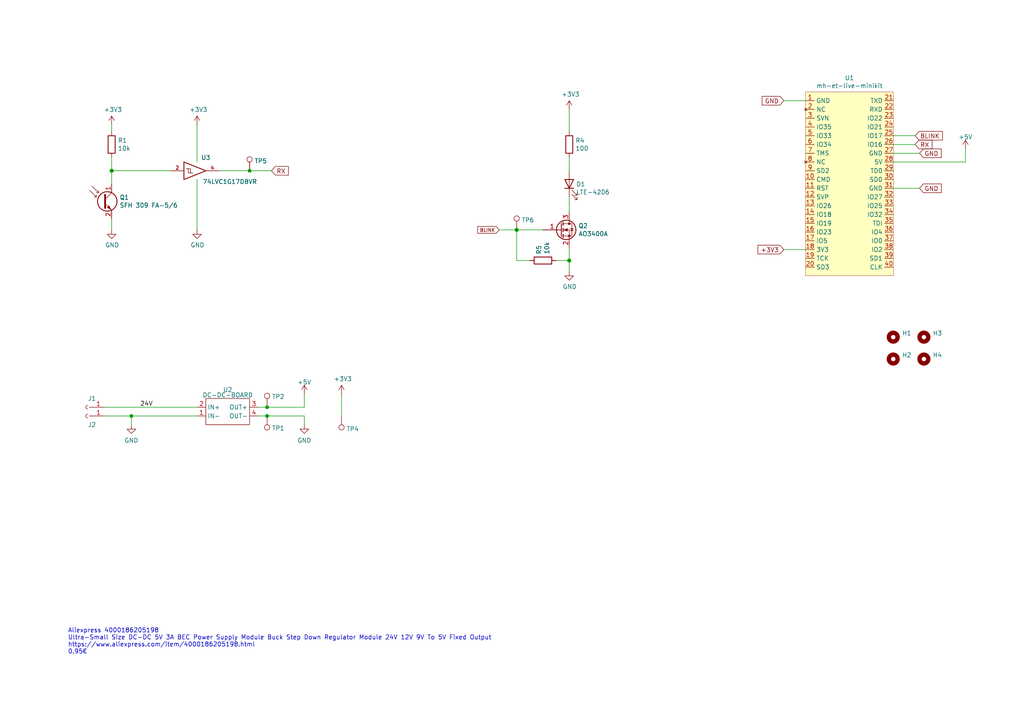
<source format=kicad_sch>
(kicad_sch (version 20220126) (generator eeschema)
  (paper "A4")
  (lib_symbols
    (symbol "74xGxx:74LVC1G17" (pin_names (offset 1.016))
      (property "Reference" "U" (at -2.54 3.81 0))
      (property "Value" "74LVC1G17" (at 0 -3.81 0))
      (symbol "74LVC1G17_0_1"
        (polyline (pts (xy -2.54 0.635) (xy -1.905 0.635) (xy -1.905 -0.635)))
        (polyline (pts (xy -3.81 2.54) (xy -3.81 -2.54) (xy 2.54 0) (xy -3.81 2.54)) (stroke (width 0.254)))
        (polyline (pts (xy -3.175 0.635) (xy -2.54 0.635) (xy -2.54 -0.635) (xy -1.27 -0.635)))
      )
      (symbol "74LVC1G17_1_1"
        (pin input line (at -7.62 0 0) (length 3.81) (name "~") (number "2"))
        (pin power_in line (at 0 -2.54 270) (length 0) hide (name "GND") (number "3"))
        (pin output line (at 6.35 0 180) (length 3.81) (name "~") (number "4"))
        (pin power_in line (at 0 2.54 90) (length 0) hide (name "VCC") (number "5"))
      )
    )
    (symbol "Connector:Conn_01x01_Female" (pin_names (offset 1.016) hide)
      (property "Reference" "J" (at 0 2.54 0))
      (property "Value" "Conn_01x01_Female" (at 0 -2.54 0))
      (symbol "Conn_01x01_Female_1_1"
        (arc (start 0 -0.508) (mid 0.508 0) (end 0 0.508) (stroke (width 0.1524)))
        (polyline (pts (xy -1.27 0) (xy -0.508 0)) (stroke (width 0.1524)))
        (pin passive line (at -5.08 0 0) (length 3.81) (name "Pin_1") (number "1"))
      )
    )
    (symbol "Connector:TestPoint" (pin_numbers hide) (pin_names (offset 0.762) hide)
      (property "Reference" "TP" (at 0 6.858 0))
      (property "Value" "TestPoint" (at 0 5.08 0))
      (symbol "TestPoint_0_1"
        (circle (center 0 3.302) (radius 0.762))
      )
      (symbol "TestPoint_1_1"
        (pin passive line (at 0 0 90) (length 2.54) (name "1") (number "1"))
      )
    )
    (symbol "Device:LED" (pin_numbers hide) (pin_names hide)
      (property "Reference" "D" (at 0 2.54 0))
      (property "Value" "LED" (at 0 -2.54 0))
      (symbol "LED_0_1"
        (polyline (pts (xy -1.27 -1.27) (xy -1.27 1.27)) (stroke (width 0.254)))
        (polyline (pts (xy -1.27 0) (xy 1.27 0)))
        (polyline (pts (xy 1.27 -1.27) (xy 1.27 1.27) (xy -1.27 0) (xy 1.27 -1.27)) (stroke (width 0.254)))
        (polyline (pts (xy -3.048 -0.762) (xy -4.572 -2.286) (xy -3.81 -2.286) (xy -4.572 -2.286) (xy -4.572 -1.524)))
        (polyline (pts (xy -1.778 -0.762) (xy -3.302 -2.286) (xy -2.54 -2.286) (xy -3.302 -2.286) (xy -3.302 -1.524)))
      )
      (symbol "LED_1_1"
        (pin passive line (at -3.81 0 0) (length 2.54) (name "K") (number "1"))
        (pin passive line (at 3.81 0 180) (length 2.54) (name "A") (number "2"))
      )
    )
    (symbol "Device:Q_Photo_NPN_CE" (pin_names (offset 0) hide)
      (property "Reference" "Q" (at 5.08 1.27 0))
      (property "Value" "Q_Photo_NPN_CE" (at 5.08 -1.27 0))
      (symbol "Q_Photo_NPN_CE_0_1"
        (polyline (pts (xy -1.905 1.27) (xy -2.54 1.27)))
        (polyline (pts (xy -1.27 2.54) (xy -1.905 2.54)))
        (polyline (pts (xy 0.635 0.635) (xy 2.54 2.54)))
        (polyline (pts (xy -3.81 3.175) (xy -1.905 1.27) (xy -1.905 1.905)))
        (polyline (pts (xy -3.175 4.445) (xy -1.27 2.54) (xy -1.27 3.175)))
        (polyline (pts (xy 0.635 -0.635) (xy 2.54 -2.54) (xy 2.54 -2.54)))
        (polyline (pts (xy 0.635 1.905) (xy 0.635 -1.905) (xy 0.635 -1.905)) (stroke (width 0.508)))
        (polyline (pts (xy 1.27 -1.778) (xy 1.778 -1.27) (xy 2.286 -2.286) (xy 1.27 -1.778) (xy 1.27 -1.778)) (fill (type outline)))
        (circle (center 1.27 0) (radius 2.8194) (stroke (width 0.254)))
      )
      (symbol "Q_Photo_NPN_CE_1_1"
        (pin passive line (at 2.54 5.08 270) (length 2.54) (name "C") (number "1"))
        (pin passive line (at 2.54 -5.08 90) (length 2.54) (name "E") (number "2"))
      )
    )
    (symbol "Mechanical:MountingHole" (pin_names (offset 1.016))
      (property "Reference" "H" (at 0 5.08 0))
      (property "Value" "MountingHole" (at 0 3.175 0))
      (symbol "MountingHole_0_1"
        (circle (center 0 0) (radius 1.27) (stroke (width 1.27)))
      )
    )
    (symbol "bouni:DC-DC-BOARD"
      (property "Reference" "U" (at 0 6.35 0))
      (property "Value" "DC-DC-BOARD" (at 0 5.08 0))
      (symbol "DC-DC-BOARD_0_1"
        (rectangle (start -6.35 3.81) (end 6.35 -3.81) (stroke (width 0.1524)))
      )
      (symbol "DC-DC-BOARD_1_1"
        (pin power_in line (at -8.89 1.27 0) (length 2.54) (name "IN-") (number "1"))
        (pin power_in line (at -8.89 -1.27 0) (length 2.54) (name "IN+") (number "2"))
        (pin power_out line (at 8.89 -1.27 180) (length 2.54) (name "OUT+") (number "3"))
        (pin power_out line (at 8.89 1.27 180) (length 2.54) (name "OUT-") (number "4"))
      )
    )
    (symbol "eHZ-Serial-rescue:BSS138-transistors" (pin_names (offset 0) hide)
      (property "Reference" "Q" (at 5.08 1.905 0))
      (property "Value" "BSS138-transistors" (at 5.08 0 0))
      (symbol "BSS138-transistors_0_1"
        (polyline (pts (xy 0.762 -1.778) (xy 2.54 -1.778)))
        (polyline (pts (xy 0.762 -1.27) (xy 0.762 -2.286)) (stroke (width 0.254)))
        (polyline (pts (xy 0.762 0) (xy 2.54 0)))
        (polyline (pts (xy 0.762 0.508) (xy 0.762 -0.508)) (stroke (width 0.254)))
        (polyline (pts (xy 0.762 1.778) (xy 2.54 1.778)))
        (polyline (pts (xy 0.762 2.286) (xy 0.762 1.27)) (stroke (width 0.254)))
        (polyline (pts (xy 2.54 -1.778) (xy 2.54 -2.54)))
        (polyline (pts (xy 2.54 -1.778) (xy 2.54 0)))
        (polyline (pts (xy 2.54 2.54) (xy 2.54 1.778)))
        (polyline (pts (xy 0.254 1.905) (xy 0.254 -1.905) (xy 0.254 -1.905)) (stroke (width 0.254)))
        (polyline (pts (xy 1.016 0) (xy 2.032 0.381) (xy 2.032 -0.381) (xy 1.016 0)) (fill (type outline)))
        (polyline (pts (xy 2.54 -1.778) (xy 3.302 -1.778) (xy 3.302 1.778) (xy 2.54 1.778)))
        (polyline (pts (xy 2.794 0.508) (xy 2.921 0.381) (xy 3.683 0.381) (xy 3.81 0.254)))
        (polyline (pts (xy 3.302 0.381) (xy 2.921 -0.254) (xy 3.683 -0.254) (xy 3.302 0.381)))
        (circle (center 1.651 0) (radius 2.8194) (stroke (width 0.254)))
        (circle (center 2.54 -1.778) (radius 0.2794) (fill (type outline)))
        (circle (center 2.54 1.778) (radius 0.2794) (fill (type outline)))
      )
      (symbol "BSS138-transistors_1_1"
        (pin input line (at -5.08 0 0) (length 5.334) (name "G") (number "1"))
        (pin passive line (at 2.54 -5.08 90) (length 2.54) (name "S") (number "2"))
        (pin passive line (at 2.54 5.08 270) (length 2.54) (name "D") (number "3"))
      )
    )
    (symbol "eHZ-Serial-rescue:R-device" (pin_numbers hide) (pin_names (offset 0))
      (property "Reference" "R" (at 2.032 0 90))
      (property "Value" "R-device" (at 0 0 90))
      (symbol "R-device_0_1"
        (rectangle (start -1.016 -2.54) (end 1.016 2.54) (stroke (width 0.254)))
      )
      (symbol "R-device_1_1"
        (pin passive line (at 0 3.81 270) (length 1.27) (name "~") (number "1"))
        (pin passive line (at 0 -3.81 90) (length 1.27) (name "~") (number "2"))
      )
    )
    (symbol "mh-et-live-minikit:mh-et-live-minikit"
      (property "Reference" "U" (at 0 27.94 0))
      (property "Value" "mh-et-live-minikit" (at 0 0 90))
      (symbol "mh-et-live-minikit_0_0"
        (pin passive line (at -12.7 24.13 0) (length 2.54) (name "GND") (number "1"))
        (pin bidirectional line (at -12.7 1.27 0) (length 2.54) (name "CMD") (number "10"))
        (pin input line (at -12.7 -1.27 0) (length 2.54) (name "RST") (number "11"))
        (pin bidirectional line (at -12.7 -3.81 0) (length 2.54) (name "SVP") (number "12"))
        (pin bidirectional line (at -12.7 -6.35 0) (length 2.54) (name "IO26") (number "13"))
        (pin bidirectional line (at -12.7 -8.89 0) (length 2.54) (name "IO18") (number "14"))
        (pin bidirectional line (at -12.7 -11.43 0) (length 2.54) (name "IO19") (number "15"))
        (pin bidirectional line (at -12.7 -13.97 0) (length 2.54) (name "IO23") (number "16"))
        (pin bidirectional line (at -12.7 -16.51 0) (length 2.54) (name "IO5") (number "17"))
        (pin power_out line (at -12.7 -19.05 0) (length 2.54) (name "3V3") (number "18"))
        (pin bidirectional line (at -12.7 -21.59 0) (length 2.54) (name "TCK") (number "19"))
        (pin no_connect line (at -12.7 21.59 0) (length 2.54) (name "NC") (number "2"))
        (pin bidirectional line (at -12.7 -24.13 0) (length 2.54) (name "SD3") (number "20"))
        (pin bidirectional line (at 12.7 24.13 180) (length 2.54) (name "TXD") (number "21"))
        (pin bidirectional line (at 12.7 21.59 180) (length 2.54) (name "RXD") (number "22"))
        (pin bidirectional line (at 12.7 19.05 180) (length 2.54) (name "IO22") (number "23"))
        (pin bidirectional line (at 12.7 16.51 180) (length 2.54) (name "IO21") (number "24"))
        (pin bidirectional line (at 12.7 13.97 180) (length 2.54) (name "IO17") (number "25"))
        (pin bidirectional line (at 12.7 11.43 180) (length 2.54) (name "IO16") (number "26"))
        (pin passive line (at 12.7 8.89 180) (length 2.54) (name "GND") (number "27"))
        (pin power_in line (at 12.7 6.35 180) (length 2.54) (name "5V") (number "28"))
        (pin bidirectional line (at 12.7 3.81 180) (length 2.54) (name "TD0") (number "29"))
        (pin bidirectional line (at -12.7 19.05 0) (length 2.54) (name "SVN") (number "3"))
        (pin bidirectional line (at 12.7 1.27 180) (length 2.54) (name "SD0") (number "30"))
        (pin passive line (at 12.7 -1.27 180) (length 2.54) (name "GND") (number "31"))
        (pin bidirectional line (at 12.7 -3.81 180) (length 2.54) (name "IO27") (number "32"))
        (pin bidirectional line (at 12.7 -6.35 180) (length 2.54) (name "IO25") (number "33"))
        (pin bidirectional line (at 12.7 -8.89 180) (length 2.54) (name "IO32") (number "34"))
        (pin bidirectional line (at 12.7 -11.43 180) (length 2.54) (name "TDI") (number "35"))
        (pin bidirectional line (at 12.7 -13.97 180) (length 2.54) (name "IO4") (number "36"))
        (pin bidirectional line (at 12.7 -16.51 180) (length 2.54) (name "IO0") (number "37"))
        (pin bidirectional line (at 12.7 -19.05 180) (length 2.54) (name "IO2") (number "38"))
        (pin bidirectional line (at 12.7 -21.59 180) (length 2.54) (name "SD1") (number "39"))
        (pin bidirectional line (at -12.7 16.51 0) (length 2.54) (name "IO35") (number "4"))
        (pin bidirectional line (at 12.7 -24.13 180) (length 2.54) (name "CLK") (number "40"))
        (pin bidirectional line (at -12.7 13.97 0) (length 2.54) (name "IO33") (number "5"))
        (pin bidirectional line (at -12.7 11.43 0) (length 2.54) (name "IO34") (number "6"))
        (pin bidirectional line (at -12.7 8.89 0) (length 2.54) (name "TMS") (number "7"))
        (pin no_connect line (at -12.7 6.35 0) (length 2.54) (name "NC") (number "8"))
        (pin bidirectional line (at -12.7 3.81 0) (length 2.54) (name "SD2") (number "9"))
      )
      (symbol "mh-et-live-minikit_0_1"
        (rectangle (start -12.7 26.67) (end 12.7 -26.67) (stroke (width 0.0005)) (fill (type background)))
      )
    )
    (symbol "power:+3V3" (power) (pin_names (offset 0))
      (property "Value" "+3V3" (at 0 3.556 0))
      (symbol "+3V3_0_1"
        (polyline (pts (xy -0.762 1.27) (xy 0 2.54)))
        (polyline (pts (xy 0 0) (xy 0 2.54)))
        (polyline (pts (xy 0 2.54) (xy 0.762 1.27)))
      )
      (symbol "+3V3_1_1"
        (pin power_in line (at 0 0 90) (length 0) hide (name "+3V3") (number "1"))
      )
    )
    (symbol "power:+5V" (power) (pin_names (offset 0))
      (property "Value" "+5V" (at 0 3.556 0))
      (symbol "+5V_0_1"
        (polyline (pts (xy -0.762 1.27) (xy 0 2.54)))
        (polyline (pts (xy 0 0) (xy 0 2.54)))
        (polyline (pts (xy 0 2.54) (xy 0.762 1.27)))
      )
      (symbol "+5V_1_1"
        (pin power_in line (at 0 0 90) (length 0) hide (name "+5V") (number "1"))
      )
    )
    (symbol "power:GND" (power) (pin_names (offset 0))
      (property "Value" "GND" (at 0 -3.81 0))
      (symbol "GND_0_1"
        (polyline (pts (xy 0 0) (xy 0 -1.27) (xy 1.27 -1.27) (xy 0 -2.54) (xy -1.27 -1.27) (xy 0 -1.27)))
      )
      (symbol "GND_1_1"
        (pin power_in line (at 0 0 270) (length 0) hide (name "GND") (number "1"))
      )
    )
  )
  (junction (at 77.47 120.65))
  (junction (at 149.86 66.675) (diameter 1.016))
  (junction (at 77.47 118.11))
  (junction (at 165.1 75.565) (diameter 1.016))
  (junction (at 38.1 120.65))
  (junction (at 32.385 49.53) (diameter 1.016))
  (junction (at 72.39 49.53))
  (wire (pts (xy 63.5 49.53) (xy 72.39 49.53)))
  (wire (pts (xy 77.47 118.11) (xy 88.265 118.11)))
  (wire (pts (xy 227.33 72.39) (xy 233.68 72.39)))
  (wire (pts (xy 88.265 114.3) (xy 88.265 118.11)))
  (wire (pts (xy 265.43 41.91) (xy 259.08 41.91)))
  (wire (pts (xy 74.93 120.65) (xy 77.47 120.65)))
  (wire (pts (xy 259.08 44.45) (xy 266.7 44.45)))
  (wire (pts (xy 57.15 52.07) (xy 57.15 66.675)))
  (wire (pts (xy 165.1 71.755) (xy 165.1 75.565)))
  (wire (pts (xy 72.39 49.53) (xy 78.74 49.53)))
  (wire (pts (xy 259.08 54.61) (xy 266.7 54.61)))
  (wire (pts (xy 165.1 57.15) (xy 165.1 61.595)))
  (wire (pts (xy 161.29 75.565) (xy 165.1 75.565)))
  (wire (pts (xy 153.67 75.565) (xy 149.86 75.565)))
  (wire (pts (xy 165.1 31.75) (xy 165.1 38.1)))
  (wire (pts (xy 99.06 114.3) (xy 99.06 120.65)))
  (wire (pts (xy 165.1 75.565) (xy 165.1 78.74)))
  (wire (pts (xy 32.385 49.53) (xy 32.385 53.34)))
  (wire (pts (xy 157.48 66.675) (xy 149.86 66.675)))
  (wire (pts (xy 165.1 45.72) (xy 165.1 49.53)))
  (wire (pts (xy 259.08 46.99) (xy 280.035 46.99)))
  (wire (pts (xy 38.1 120.65) (xy 57.15 120.65)))
  (wire (pts (xy 32.385 66.675) (xy 32.385 63.5)))
  (wire (pts (xy 57.15 36.195) (xy 57.15 46.99)))
  (wire (pts (xy 265.43 39.37) (xy 259.08 39.37)))
  (wire (pts (xy 280.035 43.18) (xy 280.035 46.99)))
  (wire (pts (xy 30.48 120.65) (xy 38.1 120.65)))
  (wire (pts (xy 227.33 29.21) (xy 233.68 29.21)))
  (wire (pts (xy 74.93 118.11) (xy 77.47 118.11)))
  (wire (pts (xy 49.53 49.53) (xy 32.385 49.53)))
  (wire (pts (xy 30.48 118.11) (xy 57.15 118.11)))
  (wire (pts (xy 149.86 75.565) (xy 149.86 66.675)))
  (wire (pts (xy 149.86 66.675) (xy 144.78 66.675)))
  (wire (pts (xy 77.47 120.65) (xy 88.265 120.65)))
  (wire (pts (xy 32.385 38.1) (xy 32.385 36.195)))
  (wire (pts (xy 32.385 45.72) (xy 32.385 49.53)))
  (wire (pts (xy 88.265 120.65) (xy 88.265 123.19)))
  (wire (pts (xy 38.1 120.65) (xy 38.1 123.19)))
  (text "Aliexpress 4000186205198\nUltra-Small Size DC-DC 5V 3A BEC Power Supply Module Buck Step Down Regulator Module 24V 12V 9V To 5V Fixed Output\nhttps://www.aliexpress.com/item/4000186205198.html\n0.95€" (at 19.685 189.865 0) (effects (font (size 1.27 1.27)) (justify left bottom)))
  (label "24V" (at 40.64 118.11 0))
  (global_label "+3V3" (shape input) (at 227.33 72.39 180) (property "Intersheet References" "${INTERSHEET_REFS}" (effects hide)))
  (global_label "RX" (shape input) (at 78.74 49.53 0) (property "Intersheet References" "${INTERSHEET_REFS}" (effects hide)))
  (global_label "GND" (shape input) (at 266.7 44.45 0) (property "Intersheet References" "${INTERSHEET_REFS}" (effects hide)))
  (global_label "RX" (shape input) (at 265.43 41.91 0) (property "Intersheet References" "${INTERSHEET_REFS}" (effects hide)))
  (global_label "BLINK" (shape input) (at 144.78 66.675 180) (effects (font (size 1 1))) (property "Intersheet References" "${INTERSHEET_REFS}" (effects hide)))
  (global_label "GND" (shape input) (at 227.33 29.21 180) (property "Intersheet References" "${INTERSHEET_REFS}" (effects hide)))
  (global_label "BLINK" (shape input) (at 265.43 39.37 0) (property "Intersheet References" "${INTERSHEET_REFS}" (effects hide)))
  (global_label "GND" (shape input) (at 266.7 54.61 0) (property "Intersheet References" "${INTERSHEET_REFS}" (effects hide)))
  (symbol (lib_id "Device:LED") (at 165.1 53.34 90) (unit 1)
    (property "Reference" "D1" (at 167.0812 53.4416 90) (effects (justify right)))
    (property "Value" "LTE-4206" (at 167.081 55.753 90) (effects (justify right)))
    (property "Footprint" "LED_THT:LED_D3.0mm_Clear" (effects hide))
  )
  (symbol (lib_id "Device:Q_Photo_NPN_CE") (at 29.845 58.42 0) (unit 1)
    (property "Reference" "Q1" (at 34.671 57.2516 0) (effects (justify left)))
    (property "Value" "SFH 309 FA-5/6" (at 34.671 59.563 0) (effects (justify left)))
    (property "Footprint" "LED_THT:LED_D3.0mm_IRBlack" (effects hide))
  )
  (symbol (lib_id "power:+3V3") (at 32.385 36.195 0) (unit 1)
    (property "Reference" "#PWR0101" (effects hide))
    (property "Value" "+3V3" (at 32.766 31.8008 0))
  )
  (symbol (lib_id "power:+3V3") (at 165.1 31.75 0) (unit 1)
    (property "Reference" "#PWR0102" (effects hide))
    (property "Value" "+3V3" (at 165.481 27.3558 0))
  )
  (symbol (lib_id "eHZ-Serial-rescue:BSS138-transistors") (at 162.56 66.675 0) (unit 1)
    (property "Reference" "Q2" (at 167.767 65.5066 0) (effects (justify left)))
    (property "Value" "AO3400A" (at 167.767 67.818 0) (effects (justify left)))
    (property "Footprint" "Package_TO_SOT_SMD:SOT-23" (effects hide))
    (property "Datasheet" "https://datasheet.lcsc.com/lcsc/1811081213_Alpha-&-Omega-Semicon-AO3400A_C20917.pdf" (effects hide))
    (property "LCSC" "C20917" (effects hide))
  )
  (symbol (lib_id "eHZ-Serial-rescue:R-device") (at 32.385 41.91 0) (unit 1)
    (property "Reference" "R1" (at 34.163 40.7416 0) (effects (justify left)))
    (property "Value" "10k" (at 34.163 43.053 0) (effects (justify left)))
    (property "Footprint" "Resistor_SMD:R_0603_1608Metric" (effects hide))
    (property "LCSC" "C25804" (effects hide))
  )
  (symbol (lib_id "eHZ-Serial-rescue:R-device") (at 165.1 41.91 0) (unit 1)
    (property "Reference" "R4" (at 166.878 40.742 0) (effects (justify left)))
    (property "Value" "100" (at 166.878 43.053 0) (effects (justify left)))
    (property "Footprint" "Resistor_SMD:R_0603_1608Metric" (effects hide))
    (property "LCSC" "C22775" (effects hide))
  )
  (symbol (lib_id "power:GND") (at 32.385 66.675 0) (unit 1)
    (property "Reference" "#PWR0104" (effects hide))
    (property "Value" "GND" (at 32.512 71.0692 0))
  )
  (symbol (lib_id "power:GND") (at 165.1 78.74 0) (unit 1)
    (property "Reference" "#PWR0110" (effects hide))
    (property "Value" "GND" (at 165.227 83.1342 0))
  )
  (symbol (lib_id "Connector:TestPoint") (at 77.47 118.11 0) (unit 1)
    (property "Reference" "TP2" (at 78.867 115.0493 0) (effects (justify left)))
    (property "Value" "TestPoint" (effects hide))
    (property "Footprint" "TestPoint:TestPoint_Pad_D1.5mm" (effects hide))
  )
  (symbol (lib_id "power:GND") (at 38.1 123.19 0) (unit 1)
    (property "Reference" "#PWR01" (effects hide))
    (property "Value" "GND" (at 38.1 127.7525 0))
  )
  (symbol (lib_id "74xGxx:74LVC1G17") (at 57.15 49.53 0) (unit 1)
    (property "Reference" "U3" (at 59.69 45.72 0))
    (property "Value" "74LVC1G17DBVR" (at 66.675 52.705 0))
    (property "Footprint" "Package_TO_SOT_SMD:SOT-23-5" (effects hide))
    (property "Datasheet" "http://www.ti.com/lit/sg/scyt129e/scyt129e.pdf" (effects hide))
    (property "LCSC" "C7836" (effects hide))
  )
  (symbol (lib_id "Mechanical:MountingHole") (at 259.08 97.79 0) (unit 1)
    (property "Reference" "H1" (at 261.6201 96.6406 0) (effects (justify left)))
    (property "Value" "MountingHole" (effects hide))
    (property "Footprint" "MountingHole:MountingHole_2.1mm" (effects hide))
  )
  (symbol (lib_id "power:+5V") (at 280.035 43.18 0) (unit 1)
    (property "Reference" "#PWR0106" (effects hide))
    (property "Value" "+5V" (at 280.035 39.7256 0))
  )
  (symbol (lib_id "Mechanical:MountingHole") (at 267.97 97.79 0) (unit 1)
    (property "Reference" "H3" (at 270.5101 96.6406 0) (effects (justify left)))
    (property "Value" "MountingHole" (effects hide))
    (property "Footprint" "MountingHole:MountingHole_2.1mm" (effects hide))
  )
  (symbol (lib_id "Connector:TestPoint") (at 99.06 120.65 180) (unit 1)
    (property "Reference" "TP4" (at 100.457 124.431 0) (effects (justify right)))
    (property "Value" "TestPoint" (effects hide))
    (property "Footprint" "TestPoint:TestPoint_Pad_D1.5mm" (effects hide))
  )
  (symbol (lib_id "Connector:TestPoint") (at 77.47 120.65 180) (unit 1)
    (property "Reference" "TP1" (at 78.867 124.1933 0) (effects (justify right)))
    (property "Value" "TestPoint" (effects hide))
    (property "Footprint" "TestPoint:TestPoint_Pad_D1.5mm" (effects hide))
  )
  (symbol (lib_id "power:GND") (at 57.15 66.675 0) (unit 1)
    (property "Reference" "#PWR0105" (effects hide))
    (property "Value" "GND" (at 57.277 71.0692 0))
  )
  (symbol (lib_id "Connector:TestPoint") (at 149.86 66.675 0) (unit 1)
    (property "Reference" "TP6" (at 151.257 63.852 0) (effects (justify left)))
    (property "Value" "TestPoint" (effects hide))
    (property "Footprint" "TestPoint:TestPoint_Pad_D1.5mm" (effects hide))
  )
  (symbol (lib_id "Connector:Conn_01x01_Female") (at 25.4 120.65 180) (unit 1)
    (property "Reference" "J2" (at 26.67 123.19 0))
    (property "Value" "Conn_01x01_Female" (effects hide))
    (property "Footprint" "bouni:Power-tap" (effects hide))
  )
  (symbol (lib_id "Mechanical:MountingHole") (at 259.08 104.14 0) (unit 1)
    (property "Reference" "H2" (at 261.62 102.991 0) (effects (justify left)))
    (property "Value" "MountingHole" (effects hide))
    (property "Footprint" "MountingHole:MountingHole_2.1mm" (effects hide))
  )
  (symbol (lib_id "bouni:DC-DC-BOARD") (at 66.04 119.38 0) (mirror x) (unit 1)
    (property "Reference" "U2" (at 66.04 113.0554 0))
    (property "Value" "DC-DC-BOARD" (at 66.04 114.5794 0))
    (property "Footprint" "bouni:DC-DC-MODULE" (effects hide))
  )
  (symbol (lib_id "mh-et-live-minikit:mh-et-live-minikit") (at 246.38 53.34 0) (unit 1)
    (property "Reference" "U1" (at 246.38 22.587 0))
    (property "Value" "mh-et-live-minikit" (at 246.38 24.8852 0))
    (property "Footprint" "bouni:MH-ET LIVE MiniKit" (effects hide))
  )
  (symbol (lib_id "power:+3V3") (at 57.15 36.195 0) (unit 1)
    (property "Reference" "#PWR0103" (effects hide))
    (property "Value" "+3V3" (at 57.531 31.8008 0))
  )
  (symbol (lib_id "power:+3V3") (at 99.06 114.3 0) (unit 1)
    (property "Reference" "#PWR0111" (effects hide))
    (property "Value" "+3V3" (at 99.441 109.9058 0))
  )
  (symbol (lib_id "power:GND") (at 88.265 123.19 0) (unit 1)
    (property "Reference" "#PWR0112" (effects hide))
    (property "Value" "GND" (at 88.265 127.7525 0))
  )
  (symbol (lib_id "eHZ-Serial-rescue:R-device") (at 157.48 75.565 90) (unit 1)
    (property "Reference" "R5" (at 156.312 73.787 0) (effects (justify left)))
    (property "Value" "10k" (at 158.623 73.787 0) (effects (justify left)))
    (property "Footprint" "Resistor_SMD:R_0603_1608Metric" (effects hide))
    (property "LCSC" "C25804" (effects hide))
  )
  (symbol (lib_id "Connector:TestPoint") (at 72.39 49.53 0) (unit 1)
    (property "Reference" "TP5" (at 73.787 46.707 0) (effects (justify left)))
    (property "Value" "TestPoint" (effects hide))
    (property "Footprint" "TestPoint:TestPoint_Pad_D1.5mm" (effects hide))
  )
  (symbol (lib_id "Connector:Conn_01x01_Female") (at 25.4 118.11 180) (unit 1)
    (property "Reference" "J1" (at 26.67 115.57 0))
    (property "Value" "Conn_01x01_Female" (effects hide))
    (property "Footprint" "bouni:Power-tap" (effects hide))
  )
  (symbol (lib_id "power:+5V") (at 88.265 114.3 0) (unit 1)
    (property "Reference" "#PWR0107" (effects hide))
    (property "Value" "+5V" (at 88.265 110.8456 0))
  )
  (symbol (lib_id "Mechanical:MountingHole") (at 267.97 104.14 0) (unit 1)
    (property "Reference" "H4" (at 270.51 102.991 0) (effects (justify left)))
    (property "Value" "MountingHole" (effects hide))
    (property "Footprint" "MountingHole:MountingHole_2.1mm" (effects hide))
  )
)
</source>
